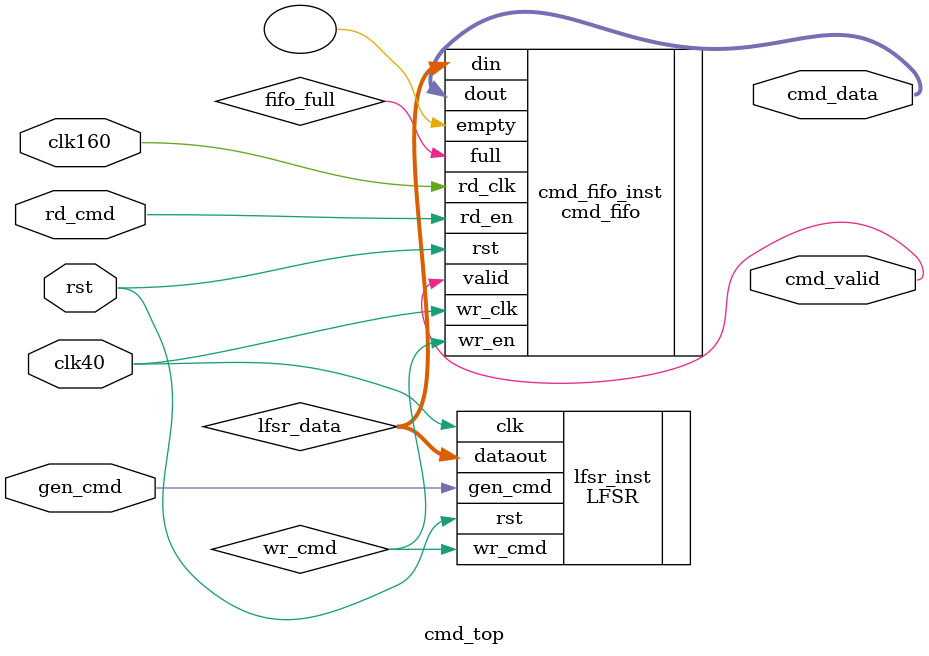
<source format=v>
module cmd_top (
   input  rst, clk40, clk160, 
   input  gen_cmd,
   input  rd_cmd,
   output cmd_valid,
   output [15:0] cmd_data
);

wire fifo_full, wr_cmd;
wire [15:0] lfsr_data;

LFSR lfsr_inst(
   .clk(clk40),
   .rst(rst),
   .gen_cmd(gen_cmd),
   .wr_cmd(wr_cmd),
   .dataout(lfsr_data)
);

//1024 depth
cmd_fifo cmd_fifo_inst(
    .rst(rst), 
    .wr_clk(clk40), 
    .rd_clk(clk160), 
    .din(lfsr_data), 
    .wr_en(wr_cmd),
    .rd_en(rd_cmd), 
    .dout (cmd_data), 
    .full (fifo_full), 
    .empty(), 
    .valid(cmd_valid) 
);

endmodule

</source>
